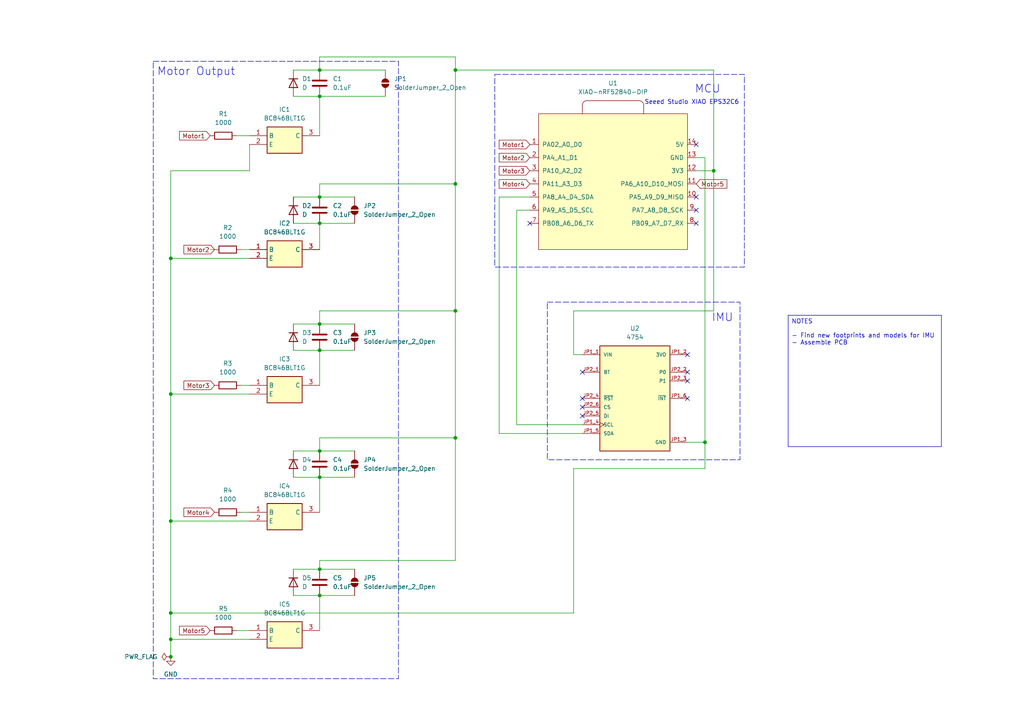
<source format=kicad_sch>
(kicad_sch (version 20231120) (generator "eeschema") (generator_version "8.0")
  (paper "A4")
  (lib_symbols
    (symbol "4754:4754" (pin_names (offset 1.016))
      (property "Reference" "U" (at -10.16 16.002 0))
      (property "Value" "4754" (at -10.16 -17.78 0))
      (symbol "4754_0_0"
        (rectangle (start -10.16 -15.24) (end 10.16 15.24) (stroke (width 0.254)) (fill (type background)))
        (pin input line (at -15.24 12.7 0) (length 5.08) (name "VIN") (number "JP1_1"))
        (pin output line (at 15.24 12.7 180) (length 5.08) (name "3VO") (number "JP1_2"))
        (pin power_in line (at 15.24 -12.7 180) (length 5.08) (name "GND") (number "JP1_3"))
        (pin bidirectional clock (at -15.24 -7.62 0) (length 5.08) (name "SCL") (number "JP1_4"))
        (pin bidirectional line (at -15.24 -10.16 0) (length 5.08) (name "SDA") (number "JP1_5"))
        (pin output line (at 15.24 0 180) (length 5.08) (name "~{INT}") (number "JP1_6"))
        (pin input line (at -15.24 7.62 0) (length 5.08) (name "BT") (number "JP2_1"))
        (pin bidirectional line (at 15.24 7.62 180) (length 5.08) (name "P0") (number "JP2_2"))
        (pin bidirectional line (at 15.24 5.08 180) (length 5.08) (name "P1") (number "JP2_3"))
        (pin input line (at -15.24 0 0) (length 5.08) (name "~{RST}") (number "JP2_4"))
        (pin input line (at -15.24 -5.08 0) (length 5.08) (name "DI") (number "JP2_5"))
        (pin input line (at -15.24 -2.54 0) (length 5.08) (name "CS") (number "JP2_6"))
      )
    )
    (symbol "BC846BLT1G:BC846BLT1G"
      (property "Reference" "IC" (at 16.51 7.62 0))
      (property "Value" "BC846BLT1G" (at 16.51 5.08 0))
      (symbol "BC846BLT1G_1_1"
        (rectangle (start 5.08 2.54) (end 15.24 -5.08) (stroke (width 0.254)) (fill (type background)))
        (pin passive line (at 0 0 0) (length 5.08) (name "B") (number "1"))
        (pin passive line (at 0 -2.54 0) (length 5.08) (name "E") (number "2"))
        (pin passive line (at 20.32 0 180) (length 5.08) (name "C") (number "3"))
      )
    )
    (symbol "Device:C" (pin_numbers hide) (pin_names (offset 0.254))
      (property "Reference" "C" (at 0.635 2.54 0))
      (property "Value" "C" (at 0.635 -2.54 0))
      (symbol "C_0_1"
        (polyline (pts (xy -2.032 -0.762) (xy 2.032 -0.762)) (stroke (width 0.508)))
        (polyline (pts (xy -2.032 0.762) (xy 2.032 0.762)) (stroke (width 0.508)))
      )
      (symbol "C_1_1"
        (pin passive line (at 0 3.81 270) (length 2.794) (name "~") (number "1"))
        (pin passive line (at 0 -3.81 90) (length 2.794) (name "~") (number "2"))
      )
    )
    (symbol "Device:D" (pin_numbers hide) (pin_names (offset 1.016) hide)
      (property "Reference" "D" (at 0 2.54 0))
      (property "Value" "D" (at 0 -2.54 0))
      (symbol "D_0_1"
        (polyline (pts (xy -1.27 1.27) (xy -1.27 -1.27)) (stroke (width 0.254)))
        (polyline (pts (xy 1.27 0) (xy -1.27 0)))
        (polyline (pts (xy 1.27 1.27) (xy 1.27 -1.27) (xy -1.27 0) (xy 1.27 1.27)) (stroke (width 0.254)))
      )
      (symbol "D_1_1"
        (pin passive line (at -3.81 0 0) (length 2.54) (name "K") (number "1"))
        (pin passive line (at 3.81 0 180) (length 2.54) (name "A") (number "2"))
      )
    )
    (symbol "Device:R" (pin_numbers hide) (pin_names (offset 0))
      (property "Reference" "R" (at 2.032 0 90))
      (property "Value" "R" (at 0 0 90))
      (symbol "R_0_1"
        (rectangle (start -1.016 -2.54) (end 1.016 2.54) (stroke (width 0.254)))
      )
      (symbol "R_1_1"
        (pin passive line (at 0 3.81 270) (length 1.27) (name "~") (number "1"))
        (pin passive line (at 0 -3.81 90) (length 1.27) (name "~") (number "2"))
      )
    )
    (symbol "Jumper:SolderJumper_2_Open" (pin_numbers hide) (pin_names (offset 0) hide) (exclude_from_sim yes) (in_bom no)
      (property "Reference" "JP" (at 0 2.032 0))
      (property "Value" "SolderJumper_2_Open" (at 0 -2.54 0))
      (symbol "SolderJumper_2_Open_0_1"
        (arc (start -0.254 1.016) (mid -1.2656 0) (end -0.254 -1.016))
        (arc (start -0.254 1.016) (mid -1.2656 0) (end -0.254 -1.016) (fill (type outline)))
        (polyline (pts (xy -0.254 1.016) (xy -0.254 -1.016)))
        (polyline (pts (xy 0.254 1.016) (xy 0.254 -1.016)))
        (arc (start 0.254 -1.016) (mid 1.2656 0) (end 0.254 1.016))
        (arc (start 0.254 -1.016) (mid 1.2656 0) (end 0.254 1.016) (fill (type outline)))
      )
      (symbol "SolderJumper_2_Open_1_1"
        (pin passive line (at -3.81 0 0) (length 2.54) (name "A") (number "1"))
        (pin passive line (at 3.81 0 180) (length 2.54) (name "B") (number "2"))
      )
    )
    (symbol "XIAO-nRF52840:XIAO-nRF52840-DIP" (pin_names (offset 1.016))
      (property "Reference" "U" (at -21.082 21.336 0))
      (property "Value" "XIAO-nRF52840-DIP" (at -11.684 -21.082 0))
      (symbol "XIAO-nRF52840-DIP_1_1"
        (rectangle (start -21.59 20.32) (end 21.59 -19.05) (fill (type background)))
        (arc (start -7.62 24.13) (mid -8.518 23.758) (end -8.89 22.86))
        (polyline (pts (xy -8.89 22.86) (xy -8.89 20.32)))
        (polyline (pts (xy -7.62 24.13) (xy 7.62 24.13)))
        (polyline (pts (xy 8.89 22.86) (xy 8.89 20.32)))
        (arc (start 7.62 24.13) (mid 7.62 24.13) (end 7.62 24.13))
        (arc (start 8.89 22.86) (mid 8.518 23.758) (end 7.62 24.13))
        (arc (start 8.89 22.86) (mid 8.89 22.86) (end 8.89 22.86))
        (pin passive line (at -24.13 11.43 0) (length 2.54) (name "PA02_A0_D0") (number "1"))
        (pin passive line (at 24.13 -3.81 180) (length 2.54) (name "PA5_A9_D9_MISO") (number "10"))
        (pin passive line (at 24.13 0 180) (length 2.54) (name "PA6_A10_D10_MOSI") (number "11"))
        (pin passive line (at 24.13 3.81 180) (length 2.54) (name "3V3") (number "12"))
        (pin passive line (at 24.13 7.62 180) (length 2.54) (name "GND") (number "13"))
        (pin passive line (at 24.13 11.43 180) (length 2.54) (name "5V") (number "14"))
        (pin passive line (at -24.13 7.62 0) (length 2.54) (name "PA4_A1_D1") (number "2"))
        (pin passive line (at -24.13 3.81 0) (length 2.54) (name "PA10_A2_D2") (number "3"))
        (pin passive line (at -24.13 0 0) (length 2.54) (name "PA11_A3_D3") (number "4"))
        (pin passive line (at -24.13 -3.81 0) (length 2.54) (name "PA8_A4_D4_SDA") (number "5"))
        (pin passive line (at -24.13 -7.62 0) (length 2.54) (name "PA9_A5_D5_SCL") (number "6"))
        (pin passive line (at -24.13 -11.43 0) (length 2.54) (name "PB08_A6_D6_TX") (number "7"))
        (pin passive line (at 24.13 -11.43 180) (length 2.54) (name "PB09_A7_D7_RX") (number "8"))
        (pin passive line (at 24.13 -7.62 180) (length 2.54) (name "PA7_A8_D8_SCK") (number "9"))
      )
    )
    (symbol "power:GND" (power) (pin_numbers hide) (pin_names (offset 0) hide)
      (property "Value" "GND" (at 0 -3.81 0))
      (symbol "GND_0_1"
        (polyline (pts (xy 0 0) (xy 0 -1.27) (xy 1.27 -1.27) (xy 0 -2.54) (xy -1.27 -1.27) (xy 0 -1.27)))
      )
      (symbol "GND_1_1"
        (pin power_in line (at 0 0 270) (length 0) (name "~") (number "1"))
      )
    )
    (symbol "power:PWR_FLAG" (power) (pin_numbers hide) (pin_names (offset 0) hide)
      (property "Value" "PWR_FLAG" (at 0 3.81 0))
      (symbol "PWR_FLAG_0_0"
        (pin power_out line (at 0 0 90) (length 0) (name "~") (number "1"))
      )
      (symbol "PWR_FLAG_0_1"
        (polyline (pts (xy 0 0) (xy 0 1.27) (xy -1.016 1.905) (xy 0 2.54) (xy 1.016 1.905) (xy 0 1.27)))
      )
    )
  )
  (junction (at 49.53 114.3))
  (junction (at 49.53 185.42))
  (junction (at 92.71 64.77))
  (junction (at 207.01 49.53))
  (junction (at 92.71 20.32))
  (junction (at 132.08 90.17))
  (junction (at 92.71 27.94))
  (junction (at 92.71 138.43))
  (junction (at 132.08 53.34))
  (junction (at 204.47 128.27))
  (junction (at 49.53 74.93))
  (junction (at 92.71 93.98))
  (junction (at 49.53 151.13))
  (junction (at 92.71 172.72))
  (junction (at 132.08 20.32))
  (junction (at 92.71 165.1))
  (junction (at 92.71 130.81))
  (junction (at 132.08 127))
  (junction (at 49.53 177.8))
  (junction (at 92.71 101.6))
  (junction (at 49.53 190.5))
  (junction (at 92.71 57.15))
  (no_connect (at 168.91 115.57))
  (no_connect (at 199.39 107.95))
  (no_connect (at 201.93 41.91))
  (no_connect (at 168.91 118.11))
  (no_connect (at 199.39 110.49))
  (no_connect (at 199.39 102.87))
  (no_connect (at 199.39 115.57))
  (no_connect (at 168.91 107.95))
  (no_connect (at 201.93 64.77))
  (no_connect (at 153.67 64.77))
  (no_connect (at 201.93 60.96))
  (no_connect (at 168.91 120.65))
  (no_connect (at 201.93 57.15))
  (wire (pts (xy 92.71 101.6) (xy 92.71 111.76)))
  (wire (pts (xy 204.47 45.72) (xy 204.47 128.27)))
  (wire (pts (xy 92.71 127) (xy 132.08 127)))
  (wire (pts (xy 132.08 20.32) (xy 132.08 16.51)))
  (wire (pts (xy 85.09 130.81) (xy 92.71 130.81)))
  (wire (pts (xy 132.08 127) (xy 132.08 90.17)))
  (wire (pts (xy 92.71 64.77) (xy 102.87 64.77)))
  (wire (pts (xy 49.53 185.42) (xy 49.53 190.5)))
  (wire (pts (xy 49.53 185.42) (xy 72.39 185.42)))
  (wire (pts (xy 92.71 130.81) (xy 102.87 130.81)))
  (wire (pts (xy 49.53 49.53) (xy 49.53 74.93)))
  (wire (pts (xy 153.67 57.15) (xy 144.78 57.15)))
  (wire (pts (xy 92.71 93.98) (xy 102.87 93.98)))
  (wire (pts (xy 92.71 138.43) (xy 102.87 138.43)))
  (wire (pts (xy 153.67 60.96) (xy 149.86 60.96)))
  (wire (pts (xy 49.53 177.8) (xy 166.37 177.8)))
  (wire (pts (xy 49.53 74.93) (xy 72.39 74.93)))
  (wire (pts (xy 69.85 111.76) (xy 72.39 111.76)))
  (wire (pts (xy 85.09 172.72) (xy 92.71 172.72)))
  (wire (pts (xy 68.58 39.37) (xy 72.39 39.37)))
  (wire (pts (xy 92.71 72.39) (xy 92.71 64.77)))
  (wire (pts (xy 132.08 16.51) (xy 92.71 16.51)))
  (wire (pts (xy 85.09 165.1) (xy 92.71 165.1)))
  (wire (pts (xy 92.71 90.17) (xy 92.71 93.98)))
  (wire (pts (xy 49.53 114.3) (xy 49.53 151.13)))
  (wire (pts (xy 92.71 172.72) (xy 92.71 182.88)))
  (wire (pts (xy 72.39 49.53) (xy 49.53 49.53)))
  (wire (pts (xy 85.09 101.6) (xy 92.71 101.6)))
  (wire (pts (xy 144.78 57.15) (xy 144.78 125.73)))
  (wire (pts (xy 92.71 138.43) (xy 92.71 148.59)))
  (wire (pts (xy 132.08 90.17) (xy 92.71 90.17)))
  (wire (pts (xy 92.71 172.72) (xy 102.87 172.72)))
  (wire (pts (xy 144.78 125.73) (xy 168.91 125.73)))
  (wire (pts (xy 92.71 57.15) (xy 102.87 57.15)))
  (wire (pts (xy 85.09 64.77) (xy 92.71 64.77)))
  (wire (pts (xy 199.39 128.27) (xy 204.47 128.27)))
  (wire (pts (xy 132.08 53.34) (xy 132.08 20.32)))
  (wire (pts (xy 149.86 60.96) (xy 149.86 123.19)))
  (wire (pts (xy 207.01 20.32) (xy 207.01 49.53)))
  (wire (pts (xy 92.71 27.94) (xy 111.76 27.94)))
  (wire (pts (xy 92.71 27.94) (xy 92.71 39.37)))
  (wire (pts (xy 92.71 53.34) (xy 132.08 53.34)))
  (wire (pts (xy 204.47 45.72) (xy 201.93 45.72)))
  (wire (pts (xy 166.37 177.8) (xy 166.37 135.89)))
  (wire (pts (xy 85.09 93.98) (xy 92.71 93.98)))
  (wire (pts (xy 92.71 101.6) (xy 102.87 101.6)))
  (wire (pts (xy 72.39 72.39) (xy 69.85 72.39)))
  (wire (pts (xy 85.09 20.32) (xy 92.71 20.32)))
  (wire (pts (xy 49.53 151.13) (xy 72.39 151.13)))
  (wire (pts (xy 132.08 20.32) (xy 207.01 20.32)))
  (wire (pts (xy 166.37 90.17) (xy 166.37 102.87)))
  (wire (pts (xy 92.71 57.15) (xy 92.71 53.34)))
  (wire (pts (xy 92.71 162.56) (xy 132.08 162.56)))
  (wire (pts (xy 49.53 177.8) (xy 49.53 185.42)))
  (wire (pts (xy 85.09 27.94) (xy 92.71 27.94)))
  (wire (pts (xy 85.09 57.15) (xy 92.71 57.15)))
  (wire (pts (xy 201.93 49.53) (xy 207.01 49.53)))
  (wire (pts (xy 62.23 72.39) (xy 60.96 72.39)))
  (wire (pts (xy 207.01 90.17) (xy 166.37 90.17)))
  (wire (pts (xy 92.71 130.81) (xy 92.71 127)))
  (wire (pts (xy 92.71 165.1) (xy 102.87 165.1)))
  (wire (pts (xy 68.58 182.88) (xy 72.39 182.88)))
  (wire (pts (xy 92.71 165.1) (xy 92.71 162.56)))
  (wire (pts (xy 132.08 162.56) (xy 132.08 127)))
  (wire (pts (xy 49.53 114.3) (xy 72.39 114.3)))
  (wire (pts (xy 149.86 123.19) (xy 168.91 123.19)))
  (wire (pts (xy 92.71 16.51) (xy 92.71 20.32)))
  (wire (pts (xy 72.39 41.91) (xy 72.39 49.53)))
  (wire (pts (xy 69.85 148.59) (xy 72.39 148.59)))
  (wire (pts (xy 49.53 74.93) (xy 49.53 114.3)))
  (wire (pts (xy 166.37 135.89) (xy 204.47 135.89)))
  (wire (pts (xy 132.08 53.34) (xy 132.08 90.17)))
  (wire (pts (xy 204.47 135.89) (xy 204.47 128.27)))
  (wire (pts (xy 49.53 151.13) (xy 49.53 177.8)))
  (wire (pts (xy 92.71 20.32) (xy 111.76 20.32)))
  (wire (pts (xy 166.37 102.87) (xy 168.91 102.87)))
  (wire (pts (xy 85.09 138.43) (xy 92.71 138.43)))
  (wire (pts (xy 207.01 49.53) (xy 207.01 90.17)))
  (rectangle (start 44.45 17.78) (end 115.57 196.85) (stroke (width 0) (type dash)))
  (rectangle (start 158.75 87.63) (end 214.63 133.35) (stroke (width 0) (type dash)))
  (rectangle (start 143.51 21.59) (end 215.9 77.47) (stroke (width 0) (type dash)))
  (text_box "NOTES\n\n- Find new footprints and models for IMU\n- Assemble PCB" (at 228.6 91.44 0) (size 44.45 38.1) (effects (font (size 1.27 1.27)) (justify left top)))
  (text "Seeed Studio XIAO EPS32C6\n" (at 200.66 29.718 0) (effects (font (size 1.27 1.27))))
  (text "MCU\n" (at 205.232 25.908 0) (effects (font (size 2.3 2.3))))
  (text "IMU" (at 209.55 92.202 0) (effects (font (size 2.3 2.3))))
  (text "Motor Output\n" (at 56.896 20.828 0) (effects (font (size 2.3 2.3))))
  (global_label "Motor1" (shape input) (at 60.96 39.37 180) (property "Intersheetrefs" "${INTERSHEET_REFS}" (effects (hide yes))))
  (global_label "Motor4" (shape input) (at 62.23 148.59 180) (property "Intersheetrefs" "${INTERSHEET_REFS}" (effects (hide yes))))
  (global_label "Motor3" (shape input) (at 153.67 49.53 180) (property "Intersheetrefs" "${INTERSHEET_REFS}" (effects (hide yes))))
  (global_label "Motor3" (shape input) (at 62.23 111.76 180) (property "Intersheetrefs" "${INTERSHEET_REFS}" (effects (hide yes))))
  (global_label "Motor4" (shape input) (at 153.67 53.34 180) (property "Intersheetrefs" "${INTERSHEET_REFS}" (effects (hide yes))))
  (global_label "Motor2" (shape input) (at 62.23 72.39 180) (property "Intersheetrefs" "${INTERSHEET_REFS}" (effects (hide yes))))
  (global_label "Motor2" (shape input) (at 153.67 45.72 180) (property "Intersheetrefs" "${INTERSHEET_REFS}" (effects (hide yes))))
  (global_label "Motor5" (shape input) (at 201.93 53.34 0) (property "Intersheetrefs" "${INTERSHEET_REFS}" (effects (hide yes))))
  (global_label "Motor1" (shape input) (at 153.67 41.91 180) (property "Intersheetrefs" "${INTERSHEET_REFS}" (effects (hide yes))))
  (global_label "Motor5" (shape input) (at 60.96 182.88 180) (property "Intersheetrefs" "${INTERSHEET_REFS}" (effects (hide yes))))
  (symbol (lib_id "BC846BLT1G:BC846BLT1G") (at 72.39 39.37 0) (unit 1)
    (property "Reference" "IC1" (at 82.55 31.75 0))
    (property "Value" "BC846BLT1G" (at 82.55 34.29 0))
    (property "Footprint" "BC846BLT1G:SOT96P237X111-3N" (effects (hide yes)))
    (property "Datasheet" "http://www.onsemi.com/pub/Collateral/BC846ALT1-D.PDF" (effects (hide yes)))
    (property "Description" "BC846BLT1G, NPN Bipolar Transistor,  0.1 A 65 V HFE:200 100 MHz Small Signal, 3-Pin SOT-23" (effects (hide yes)))
    (property "Height" "1.11" (effects (hide yes)))
    (property "Mouser Part Number" "863-BC846BLT1G" (effects (hide yes)))
    (property "Mouser Price/Stock" "https://www.mouser.co.uk/ProductDetail/onsemi/BC846BLT1G?qs=vNc2DXHODiJuwwGLruzsRg%3D%3D" (effects (hide yes)))
    (property "Manufacturer_Name" "onsemi" (effects (hide yes)))
    (property "Manufacturer_Part_Number" "BC846BLT1G" (effects (hide yes)))
  )
  (symbol (lib_id "Device:D") (at 85.09 97.79 270) (unit 1)
    (property "Reference" "D3" (at 87.63 96.5199 90) (effects (justify left)))
    (property "Value" "D" (at 87.63 99.0599 90) (effects (justify left)))
    (property "Footprint" "1N4001W-T:SODFL3818X130N" (effects (hide yes)))
    (property "Description" "Diode" (effects (hide yes)))
    (property "Sim.Device" "D" (effects (hide yes)))
    (property "Sim.Pins" "1=K 2=A" (effects (hide yes)))
  )
  (symbol (lib_id "Jumper:SolderJumper_2_Open") (at 102.87 97.79 90) (unit 1) (exclude_from_sim yes) (in_bom no)
    (property "Reference" "JP3" (at 105.41 96.5199 90) (effects (justify right)))
    (property "Value" "SolderJumper_2_Open" (at 105.41 99.0599 90) (effects (justify right)))
    (property "Footprint" "Jumper:SolderJumper-2_P1.3mm_Open_Pad1.0x1.5mm" (effects (hide yes)))
    (property "Description" "Solder Jumper, 2-pole, open" (effects (hide yes)))
  )
  (symbol (lib_id "Device:R") (at 66.04 148.59 90) (unit 1)
    (property "Reference" "R4" (at 66.04 142.24 90))
    (property "Value" "1000" (at 66.04 144.78 90))
    (property "Footprint" "ERA-3AED202V:ERA3AEB101V" (effects (hide yes)))
    (property "Description" "Resistor" (effects (hide yes)))
  )
  (symbol (lib_id "Device:C") (at 92.71 134.62 0) (unit 1)
    (property "Reference" "C4" (at 96.52 133.3499 0) (effects (justify left)))
    (property "Value" "0.1uF" (at 96.52 135.8899 0) (effects (justify left)))
    (property "Footprint" "KAF21KR72A104KL:CAPC2012X140N" (effects (hide yes)))
    (property "Description" "Unpolarized capacitor" (effects (hide yes)))
  )
  (symbol (lib_id "BC846BLT1G:BC846BLT1G") (at 72.39 182.88 0) (unit 1)
    (property "Reference" "IC5" (at 82.55 175.26 0))
    (property "Value" "BC846BLT1G" (at 82.55 177.8 0))
    (property "Footprint" "BC846BLT1G:SOT96P237X111-3N" (effects (hide yes)))
    (property "Datasheet" "http://www.onsemi.com/pub/Collateral/BC846ALT1-D.PDF" (effects (hide yes)))
    (property "Description" "BC846BLT1G, NPN Bipolar Transistor,  0.1 A 65 V HFE:200 100 MHz Small Signal, 3-Pin SOT-23" (effects (hide yes)))
    (property "Height" "1.11" (effects (hide yes)))
    (property "Mouser Part Number" "863-BC846BLT1G" (effects (hide yes)))
    (property "Mouser Price/Stock" "https://www.mouser.co.uk/ProductDetail/onsemi/BC846BLT1G?qs=vNc2DXHODiJuwwGLruzsRg%3D%3D" (effects (hide yes)))
    (property "Manufacturer_Name" "onsemi" (effects (hide yes)))
    (property "Manufacturer_Part_Number" "BC846BLT1G" (effects (hide yes)))
  )
  (symbol (lib_id "Device:C") (at 92.71 168.91 0) (unit 1)
    (property "Reference" "C5" (at 96.52 167.6399 0) (effects (justify left)))
    (property "Value" "0.1uF" (at 96.52 170.1799 0) (effects (justify left)))
    (property "Footprint" "KAF21KR72A104KL:CAPC2012X140N" (effects (hide yes)))
    (property "Description" "Unpolarized capacitor" (effects (hide yes)))
  )
  (symbol (lib_id "Device:C") (at 92.71 60.96 0) (unit 1)
    (property "Reference" "C2" (at 96.52 59.6899 0) (effects (justify left)))
    (property "Value" "0.1uF" (at 96.52 62.2299 0) (effects (justify left)))
    (property "Footprint" "KAF21KR72A104KL:CAPC2012X140N" (effects (hide yes)))
    (property "Description" "Unpolarized capacitor" (effects (hide yes)))
  )
  (symbol (lib_id "Device:D") (at 85.09 60.96 270) (unit 1)
    (property "Reference" "D2" (at 87.63 59.6899 90) (effects (justify left)))
    (property "Value" "D" (at 87.63 62.2299 90) (effects (justify left)))
    (property "Footprint" "1N4001W-T:SODFL3818X130N" (effects (hide yes)))
    (property "Description" "Diode" (effects (hide yes)))
    (property "Sim.Device" "D" (effects (hide yes)))
    (property "Sim.Pins" "1=K 2=A" (effects (hide yes)))
  )
  (symbol (lib_id "Jumper:SolderJumper_2_Open") (at 102.87 168.91 90) (unit 1) (exclude_from_sim yes) (in_bom no)
    (property "Reference" "JP5" (at 105.41 167.6399 90) (effects (justify right)))
    (property "Value" "SolderJumper_2_Open" (at 105.41 170.1799 90) (effects (justify right)))
    (property "Footprint" "Jumper:SolderJumper-2_P1.3mm_Open_Pad1.0x1.5mm" (effects (hide yes)))
    (property "Description" "Solder Jumper, 2-pole, open" (effects (hide yes)))
  )
  (symbol (lib_id "Jumper:SolderJumper_2_Open") (at 102.87 134.62 90) (unit 1) (exclude_from_sim yes) (in_bom no)
    (property "Reference" "JP4" (at 105.41 133.3499 90) (effects (justify right)))
    (property "Value" "SolderJumper_2_Open" (at 105.41 135.8899 90) (effects (justify right)))
    (property "Footprint" "Jumper:SolderJumper-2_P1.3mm_Open_Pad1.0x1.5mm" (effects (hide yes)))
    (property "Description" "Solder Jumper, 2-pole, open" (effects (hide yes)))
  )
  (symbol (lib_id "power:GND") (at 49.53 190.5 0) (unit 1)
    (property "Reference" "#PWR01" (effects (hide yes)))
    (property "Value" "GND" (at 49.53 195.58 0))
    (property "Description" "Power symbol creates a global label with name \"GND\" , ground" (effects (hide yes)))
  )
  (symbol (lib_id "XIAO-nRF52840:XIAO-nRF52840-DIP") (at 177.8 53.34 0) (unit 1) (in_bom no)
    (property "Reference" "U1" (at 177.8 24.13 0))
    (property "Value" "XIAO-nRF52840-DIP" (at 177.8 26.67 0))
    (property "Footprint" "113991054:MODULE_113991054" (effects (hide yes)))
  )
  (symbol (lib_id "Jumper:SolderJumper_2_Open") (at 111.76 24.13 90) (unit 1) (exclude_from_sim yes) (in_bom no)
    (property "Reference" "JP1" (at 114.3 22.8599 90) (effects (justify right)))
    (property "Value" "SolderJumper_2_Open" (at 114.3 25.3999 90) (effects (justify right)))
    (property "Footprint" "Jumper:SolderJumper-2_P1.3mm_Open_Pad1.0x1.5mm" (effects (hide yes)))
    (property "Description" "Solder Jumper, 2-pole, open" (effects (hide yes)))
  )
  (symbol (lib_id "Jumper:SolderJumper_2_Open") (at 102.87 60.96 90) (unit 1) (exclude_from_sim yes) (in_bom no)
    (property "Reference" "JP2" (at 105.41 59.6899 90) (effects (justify right)))
    (property "Value" "SolderJumper_2_Open" (at 105.41 62.2299 90) (effects (justify right)))
    (property "Footprint" "Jumper:SolderJumper-2_P1.3mm_Open_Pad1.0x1.5mm" (effects (hide yes)))
    (property "Description" "Solder Jumper, 2-pole, open" (effects (hide yes)))
  )
  (symbol (lib_id "Device:D") (at 85.09 168.91 270) (unit 1)
    (property "Reference" "D5" (at 87.63 167.6399 90) (effects (justify left)))
    (property "Value" "D" (at 87.63 170.1799 90) (effects (justify left)))
    (property "Footprint" "1N4001W-T:SODFL3818X130N" (effects (hide yes)))
    (property "Description" "Diode" (effects (hide yes)))
    (property "Sim.Device" "D" (effects (hide yes)))
    (property "Sim.Pins" "1=K 2=A" (effects (hide yes)))
  )
  (symbol (lib_id "Device:C") (at 92.71 97.79 0) (unit 1)
    (property "Reference" "C3" (at 96.52 96.5199 0) (effects (justify left)))
    (property "Value" "0.1uF" (at 96.52 99.0599 0) (effects (justify left)))
    (property "Footprint" "KAF21KR72A104KL:CAPC2012X140N" (effects (hide yes)))
    (property "Description" "Unpolarized capacitor" (effects (hide yes)))
  )
  (symbol (lib_id "Device:R") (at 66.04 72.39 90) (unit 1)
    (property "Reference" "R2" (at 66.04 66.04 90))
    (property "Value" "1000" (at 66.04 68.58 90))
    (property "Footprint" "ERA-3AED202V:ERA3AEB101V" (effects (hide yes)))
    (property "Description" "Resistor" (effects (hide yes)))
  )
  (symbol (lib_id "Device:C") (at 92.71 24.13 0) (unit 1)
    (property "Reference" "C1" (at 96.52 22.8599 0) (effects (justify left)))
    (property "Value" "0.1uF" (at 96.52 25.3999 0) (effects (justify left)))
    (property "Footprint" "KAF21KR72A104KL:CAPC2012X140N" (effects (hide yes)))
    (property "Description" "Unpolarized capacitor" (effects (hide yes)))
  )
  (symbol (lib_id "power:PWR_FLAG") (at 49.53 190.5 90) (unit 1)
    (property "Reference" "#FLG01" (effects (hide yes)))
    (property "Value" "PWR_FLAG" (at 45.72 190.4999 90) (effects (justify left)))
    (property "Description" "Special symbol for telling ERC where power comes from" (effects (hide yes)))
  )
  (symbol (lib_id "BC846BLT1G:BC846BLT1G") (at 72.39 72.39 0) (unit 1)
    (property "Reference" "IC2" (at 82.55 64.77 0))
    (property "Value" "BC846BLT1G" (at 82.55 67.31 0))
    (property "Footprint" "BC846BLT1G:SOT96P237X111-3N" (effects (hide yes)))
    (property "Datasheet" "http://www.onsemi.com/pub/Collateral/BC846ALT1-D.PDF" (effects (hide yes)))
    (property "Description" "BC846BLT1G, NPN Bipolar Transistor,  0.1 A 65 V HFE:200 100 MHz Small Signal, 3-Pin SOT-23" (effects (hide yes)))
    (property "Height" "1.11" (effects (hide yes)))
    (property "Mouser Part Number" "863-BC846BLT1G" (effects (hide yes)))
    (property "Mouser Price/Stock" "https://www.mouser.co.uk/ProductDetail/onsemi/BC846BLT1G?qs=vNc2DXHODiJuwwGLruzsRg%3D%3D" (effects (hide yes)))
    (property "Manufacturer_Name" "onsemi" (effects (hide yes)))
    (property "Manufacturer_Part_Number" "BC846BLT1G" (effects (hide yes)))
  )
  (symbol (lib_id "Device:D") (at 85.09 24.13 270) (unit 1)
    (property "Reference" "D1" (at 87.63 22.8599 90) (effects (justify left)))
    (property "Value" "D" (at 87.63 25.3999 90) (effects (justify left)))
    (property "Footprint" "1N4001W-T:SODFL3818X130N" (effects (hide yes)))
    (property "Description" "Diode" (effects (hide yes)))
    (property "Sim.Device" "D" (effects (hide yes)))
    (property "Sim.Pins" "1=K 2=A" (effects (hide yes)))
  )
  (symbol (lib_id "Device:R") (at 66.04 111.76 90) (unit 1)
    (property "Reference" "R3" (at 66.04 105.41 90))
    (property "Value" "1000" (at 66.04 107.95 90))
    (property "Footprint" "ERA-3AED202V:ERA3AEB101V" (effects (hide yes)))
    (property "Description" "Resistor" (effects (hide yes)))
  )
  (symbol (lib_id "Device:D") (at 85.09 134.62 270) (unit 1)
    (property "Reference" "D4" (at 87.63 133.3499 90) (effects (justify left)))
    (property "Value" "D" (at 87.63 135.8899 90) (effects (justify left)))
    (property "Footprint" "1N4001W-T:SODFL3818X130N" (effects (hide yes)))
    (property "Description" "Diode" (effects (hide yes)))
    (property "Sim.Device" "D" (effects (hide yes)))
    (property "Sim.Pins" "1=K 2=A" (effects (hide yes)))
  )
  (symbol (lib_id "BC846BLT1G:BC846BLT1G") (at 72.39 148.59 0) (unit 1)
    (property "Reference" "IC4" (at 82.55 140.97 0))
    (property "Value" "BC846BLT1G" (at 82.55 143.51 0))
    (property "Footprint" "BC846BLT1G:SOT96P237X111-3N" (effects (hide yes)))
    (property "Datasheet" "http://www.onsemi.com/pub/Collateral/BC846ALT1-D.PDF" (effects (hide yes)))
    (property "Description" "BC846BLT1G, NPN Bipolar Transistor,  0.1 A 65 V HFE:200 100 MHz Small Signal, 3-Pin SOT-23" (effects (hide yes)))
    (property "Height" "1.11" (effects (hide yes)))
    (property "Mouser Part Number" "863-BC846BLT1G" (effects (hide yes)))
    (property "Mouser Price/Stock" "https://www.mouser.co.uk/ProductDetail/onsemi/BC846BLT1G?qs=vNc2DXHODiJuwwGLruzsRg%3D%3D" (effects (hide yes)))
    (property "Manufacturer_Name" "onsemi" (effects (hide yes)))
    (property "Manufacturer_Part_Number" "BC846BLT1G" (effects (hide yes)))
  )
  (symbol (lib_id "BC846BLT1G:BC846BLT1G") (at 72.39 111.76 0) (unit 1)
    (property "Reference" "IC3" (at 82.55 104.14 0))
    (property "Value" "BC846BLT1G" (at 82.55 106.68 0))
    (property "Footprint" "BC846BLT1G:SOT96P237X111-3N" (effects (hide yes)))
    (property "Datasheet" "http://www.onsemi.com/pub/Collateral/BC846ALT1-D.PDF" (effects (hide yes)))
    (property "Description" "BC846BLT1G, NPN Bipolar Transistor,  0.1 A 65 V HFE:200 100 MHz Small Signal, 3-Pin SOT-23" (effects (hide yes)))
    (property "Height" "1.11" (effects (hide yes)))
    (property "Mouser Part Number" "863-BC846BLT1G" (effects (hide yes)))
    (property "Mouser Price/Stock" "https://www.mouser.co.uk/ProductDetail/onsemi/BC846BLT1G?qs=vNc2DXHODiJuwwGLruzsRg%3D%3D" (effects (hide yes)))
    (property "Manufacturer_Name" "onsemi" (effects (hide yes)))
    (property "Manufacturer_Part_Number" "BC846BLT1G" (effects (hide yes)))
  )
  (symbol (lib_id "4754:4754") (at 184.15 115.57 0) (unit 1)
    (property "Reference" "U2" (at 184.15 95.25 0))
    (property "Value" "4754" (at 184.15 97.79 0))
    (property "Footprint" "4754:MODULE_4754" (effects (hide yes)))
    (property "PARTREV" "2021-03-16" (effects (hide yes)))
    (property "STANDARD" "Manufacturer Recommendations" (effects (hide yes)))
    (property "SNAPEDA_PN" "4754" (effects (hide yes)))
    (property "MAXIMUM_PACKAGE_HEIGHT" "4.6mm" (effects (hide yes)))
    (property "MANUFACTURER" "Adafruit" (effects (hide yes)))
  )
  (symbol (lib_id "Device:R") (at 64.77 182.88 90) (unit 1)
    (property "Reference" "R5" (at 64.77 176.53 90))
    (property "Value" "1000" (at 64.77 179.07 90))
    (property "Footprint" "ERA-3AED202V:ERA3AEB101V" (effects (hide yes)))
    (property "Description" "Resistor" (effects (hide yes)))
  )
  (symbol (lib_id "Device:R") (at 64.77 39.37 90) (unit 1)
    (property "Reference" "R1" (at 64.77 33.02 90))
    (property "Value" "1000" (at 64.77 35.56 90))
    (property "Footprint" "ERA-3AED202V:ERA3AEB101V" (effects (hide yes)))
    (property "Description" "Resistor" (effects (hide yes)))
  )
)
</source>
